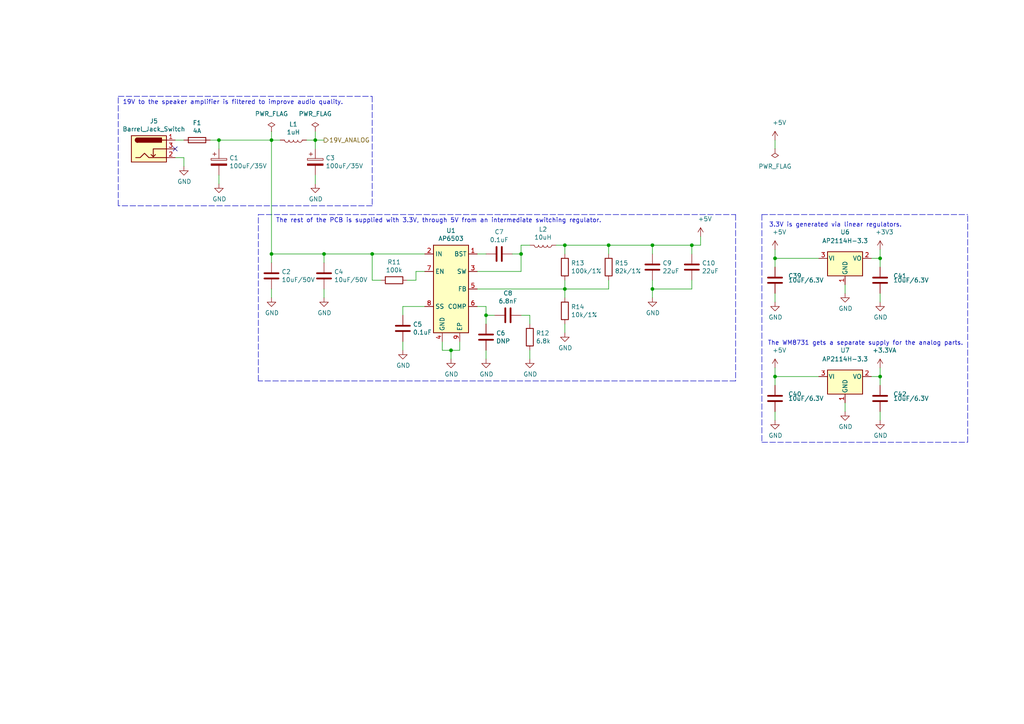
<source format=kicad_sch>
(kicad_sch (version 20210406) (generator eeschema)
  (paper "A4")
  (lib_symbols
    (symbol "Connector:Barrel_Jack_Switch" (pin_names hide)
      (property "Reference" "J" (at 0 5.334 0))
      (property "Value" "Barrel_Jack_Switch" (at 0 -5.08 0))
      (symbol "Barrel_Jack_Switch_0_1"
        (arc (start -3.302 3.175) (end -3.302 1.905) (radius (at -3.302 2.54) (length 0.635) (angles 90.1 -90.1)) (stroke (width 0.254)))
        (arc (start -3.302 3.175) (end -3.302 1.905) (radius (at -3.302 2.54) (length 0.635) (angles 90.1 -90.1)) (stroke (width 0.254)) (fill (type outline)))
        (rectangle (start 3.683 3.175) (end -3.302 1.905) (stroke (width 0.254)) (fill (type outline)))
        (rectangle (start -5.08 3.81) (end 5.08 -3.81) (stroke (width 0.254)) (fill (type background)))
        (polyline (pts (xy 1.27 -2.286) (xy 1.905 -1.651)) (stroke (width 0.254)))
        (polyline (pts (xy 5.08 2.54) (xy 3.81 2.54)) (stroke (width 0.254)))
        (polyline (pts (xy 5.08 0) (xy 1.27 0) (xy 1.27 -2.286) (xy 0.635 -1.651)) (stroke (width 0.254)))
        (polyline (pts (xy -3.81 -2.54) (xy -2.54 -2.54) (xy -1.27 -1.27) (xy 0 -2.54) (xy 2.54 -2.54) (xy 5.08 -2.54)) (stroke (width 0.254)))
      )
      (symbol "Barrel_Jack_Switch_1_1"
        (pin passive line (at 7.62 2.54 180) (length 2.54) (name "~") (number "1"))
        (pin passive line (at 7.62 -2.54 180) (length 2.54) (name "~") (number "2"))
        (pin passive line (at 7.62 0 180) (length 2.54) (name "~") (number "3"))
      )
    )
    (symbol "Device:C" (pin_numbers hide) (pin_names (offset 0.254))
      (property "Reference" "C" (at 0.635 2.54 0))
      (property "Value" "C" (at 0.635 -2.54 0))
      (symbol "C_0_1"
        (polyline (pts (xy -2.032 -0.762) (xy 2.032 -0.762)) (stroke (width 0.508)))
        (polyline (pts (xy -2.032 0.762) (xy 2.032 0.762)) (stroke (width 0.508)))
      )
      (symbol "C_1_1"
        (pin passive line (at 0 3.81 270) (length 2.794) (name "~") (number "1"))
        (pin passive line (at 0 -3.81 90) (length 2.794) (name "~") (number "2"))
      )
    )
    (symbol "Device:C_Polarized" (pin_numbers hide) (pin_names (offset 0.254))
      (property "Reference" "C" (at 0.635 2.54 0))
      (property "Value" "C_Polarized" (at 0.635 -2.54 0))
      (symbol "C_Polarized_0_1"
        (rectangle (start -2.286 0.508) (end 2.286 1.016))
        (rectangle (start 2.286 -0.508) (end -2.286 -1.016) (fill (type outline)))
        (polyline (pts (xy -1.778 2.286) (xy -0.762 2.286)))
        (polyline (pts (xy -1.27 2.794) (xy -1.27 1.778)))
      )
      (symbol "C_Polarized_1_1"
        (pin passive line (at 0 3.81 270) (length 2.794) (name "~") (number "1"))
        (pin passive line (at 0 -3.81 90) (length 2.794) (name "~") (number "2"))
      )
    )
    (symbol "Device:Fuse" (pin_numbers hide) (pin_names (offset 0))
      (property "Reference" "F" (at 2.032 0 90))
      (property "Value" "Fuse" (at -1.905 0 90))
      (symbol "Fuse_0_1"
        (rectangle (start -0.762 -2.54) (end 0.762 2.54) (stroke (width 0.254)))
        (polyline (pts (xy 0 2.54) (xy 0 -2.54)))
      )
      (symbol "Fuse_1_1"
        (pin passive line (at 0 3.81 270) (length 1.27) (name "~") (number "1"))
        (pin passive line (at 0 -3.81 90) (length 1.27) (name "~") (number "2"))
      )
    )
    (symbol "Device:L" (pin_numbers hide) (pin_names (offset 1.016) hide)
      (property "Reference" "L" (at -1.27 0 90))
      (property "Value" "L" (at 1.905 0 90))
      (symbol "L_0_1"
        (arc (start 0 -2.54) (end 0 -1.27) (radius (at 0 -1.905) (length 0.635) (angles -89.9 89.9)))
        (arc (start 0 -1.27) (end 0 0) (radius (at 0 -0.635) (length 0.635) (angles -89.9 89.9)))
        (arc (start 0 0) (end 0 1.27) (radius (at 0 0.635) (length 0.635) (angles -89.9 89.9)))
        (arc (start 0 1.27) (end 0 2.54) (radius (at 0 1.905) (length 0.635) (angles -89.9 89.9)))
      )
      (symbol "L_1_1"
        (pin passive line (at 0 3.81 270) (length 1.27) (name "1") (number "1"))
        (pin passive line (at 0 -3.81 90) (length 1.27) (name "2") (number "2"))
      )
    )
    (symbol "Device:R" (pin_numbers hide) (pin_names (offset 0))
      (property "Reference" "R" (at 2.032 0 90))
      (property "Value" "R" (at 0 0 90))
      (symbol "R_0_1"
        (rectangle (start -1.016 -2.54) (end 1.016 2.54) (stroke (width 0.254)))
      )
      (symbol "R_1_1"
        (pin passive line (at 0 3.81 270) (length 1.27) (name "~") (number "1"))
        (pin passive line (at 0 -3.81 90) (length 1.27) (name "~") (number "2"))
      )
    )
    (symbol "Regulator_Linear:AMS1117-3.3" (pin_names (offset 0.254))
      (property "Reference" "U" (at -3.81 3.175 0))
      (property "Value" "AMS1117-3.3" (at 0 3.175 0))
      (symbol "AMS1117-3.3_0_1"
        (rectangle (start -5.08 -5.08) (end 5.08 1.905) (stroke (width 0.254)) (fill (type background)))
      )
      (symbol "AMS1117-3.3_1_1"
        (pin power_in line (at 0 -7.62 90) (length 2.54) (name "GND") (number "1"))
        (pin power_out line (at 7.62 0 180) (length 2.54) (name "VO") (number "2"))
        (pin power_in line (at -7.62 0 0) (length 2.54) (name "VI") (number "3"))
      )
    )
    (symbol "Regulator_Linear:AMS1117-3.3_1" (pin_names (offset 0.254))
      (property "Reference" "U" (at -3.81 3.175 0))
      (property "Value" "AMS1117-3.3" (at 0 3.175 0))
      (symbol "AMS1117-3.3_1_0_1"
        (rectangle (start -5.08 -5.08) (end 5.08 1.905) (stroke (width 0.254)) (fill (type background)))
      )
      (symbol "AMS1117-3.3_1_1_1"
        (pin power_in line (at 0 -7.62 90) (length 2.54) (name "GND") (number "1"))
        (pin power_out line (at 7.62 0 180) (length 2.54) (name "VO") (number "2"))
        (pin power_in line (at -7.62 0 0) (length 2.54) (name "VI") (number "3"))
      )
    )
    (symbol "Regulator_Switching:AP6503"
      (property "Reference" "U" (at -3.81 13.97 0))
      (property "Value" "AP6503" (at 2.54 13.97 0))
      (symbol "AP6503_0_1"
        (rectangle (start -5.08 12.7) (end 5.08 -12.7) (stroke (width 0.254)) (fill (type background)))
      )
      (symbol "AP6503_1_1"
        (pin output line (at 7.62 10.16 180) (length 2.54) (name "BST") (number "1"))
        (pin power_in line (at -7.62 10.16 0) (length 2.54) (name "IN") (number "2"))
        (pin power_out line (at 7.62 5.08 180) (length 2.54) (name "SW") (number "3"))
        (pin power_in line (at -2.54 -15.24 90) (length 2.54) (name "GND") (number "4"))
        (pin input line (at 7.62 0 180) (length 2.54) (name "FB") (number "5"))
        (pin output line (at 7.62 -5.08 180) (length 2.54) (name "COMP") (number "6"))
        (pin input line (at -7.62 5.08 0) (length 2.54) (name "EN") (number "7"))
        (pin tri_state line (at -7.62 -5.08 0) (length 2.54) (name "SS") (number "8"))
        (pin power_in line (at 2.54 -15.24 90) (length 2.54) (name "EP") (number "9"))
      )
    )
    (symbol "power:+3.3VA" (power) (pin_names (offset 0))
      (property "Value" "+3.3VA" (at 0 3.556 0))
      (symbol "+3.3VA_0_1"
        (polyline (pts (xy -0.762 1.27) (xy 0 2.54)))
        (polyline (pts (xy 0 0) (xy 0 2.54)))
        (polyline (pts (xy 0 2.54) (xy 0.762 1.27)))
      )
      (symbol "+3.3VA_1_1"
        (pin power_in line (at 0 0 90) (length 0) hide (name "+3.3VA") (number "1"))
      )
    )
    (symbol "power:+3V3" (power) (pin_names (offset 0))
      (property "Value" "+3V3" (at 0 3.556 0))
      (symbol "+3V3_0_1"
        (polyline (pts (xy -0.762 1.27) (xy 0 2.54)))
        (polyline (pts (xy 0 0) (xy 0 2.54)))
        (polyline (pts (xy 0 2.54) (xy 0.762 1.27)))
      )
      (symbol "+3V3_1_1"
        (pin power_in line (at 0 0 90) (length 0) hide (name "+3V3") (number "1"))
      )
    )
    (symbol "power:+5V" (power) (pin_names (offset 0))
      (property "Value" "+5V" (at 0 3.556 0))
      (symbol "+5V_0_1"
        (polyline (pts (xy -0.762 1.27) (xy 0 2.54)))
        (polyline (pts (xy 0 0) (xy 0 2.54)))
        (polyline (pts (xy 0 2.54) (xy 0.762 1.27)))
      )
      (symbol "+5V_1_1"
        (pin power_in line (at 0 0 90) (length 0) hide (name "+5V") (number "1"))
      )
    )
    (symbol "power:GND" (power) (pin_names (offset 0))
      (property "Value" "GND" (at 0 -3.81 0))
      (symbol "GND_0_1"
        (polyline (pts (xy 0 0) (xy 0 -1.27) (xy 1.27 -1.27) (xy 0 -2.54) (xy -1.27 -1.27) (xy 0 -1.27)))
      )
      (symbol "GND_1_1"
        (pin power_in line (at 0 0 270) (length 0) hide (name "GND") (number "1"))
      )
    )
    (symbol "power:PWR_FLAG" (power) (pin_numbers hide) (pin_names (offset 0) hide)
      (property "Value" "PWR_FLAG" (at 0 3.81 0))
      (symbol "PWR_FLAG_0_0"
        (pin power_out line (at 0 0 90) (length 0) (name "pwr") (number "1"))
      )
      (symbol "PWR_FLAG_0_1"
        (polyline (pts (xy 0 0) (xy 0 1.27) (xy -1.016 1.905) (xy 0 2.54) (xy 1.016 1.905) (xy 0 1.27)))
      )
    )
  )
  (junction (at 63.5 40.64) (diameter 0.9144))
  (junction (at 78.74 40.64) (diameter 0.9144))
  (junction (at 78.74 73.66) (diameter 0.9144))
  (junction (at 91.44 40.64) (diameter 0.9144))
  (junction (at 93.98 73.66) (diameter 0.9144))
  (junction (at 107.95 73.66) (diameter 0.9144))
  (junction (at 130.81 101.6) (diameter 0.9144))
  (junction (at 140.97 91.44) (diameter 0.9144))
  (junction (at 151.13 73.66) (diameter 0.9144))
  (junction (at 163.83 71.12) (diameter 0.9144))
  (junction (at 163.83 83.82) (diameter 0.9144))
  (junction (at 176.53 71.12) (diameter 0.9144))
  (junction (at 189.23 71.12) (diameter 0.9144))
  (junction (at 189.23 83.82) (diameter 0.9144))
  (junction (at 200.66 71.12) (diameter 0.9144))
  (junction (at 224.79 74.93) (diameter 0.9144))
  (junction (at 224.79 109.22) (diameter 0.9144))
  (junction (at 255.27 74.93) (diameter 0.9144))
  (junction (at 255.27 109.22) (diameter 0.9144))
  (no_connect (at 50.8 43.18))
  (wire (pts (xy 50.8 45.72) (xy 53.34 45.72)))
  (wire (pts (xy 53.34 40.64) (xy 50.8 40.64)))
  (wire (pts (xy 53.34 45.72) (xy 53.34 48.26)))
  (wire (pts (xy 60.96 40.64) (xy 63.5 40.64)))
  (wire (pts (xy 63.5 40.64) (xy 78.74 40.64)))
  (wire (pts (xy 63.5 43.18) (xy 63.5 40.64)))
  (wire (pts (xy 63.5 50.8) (xy 63.5 53.34)))
  (wire (pts (xy 78.74 38.1) (xy 78.74 40.64)))
  (wire (pts (xy 78.74 40.64) (xy 81.28 40.64)))
  (wire (pts (xy 78.74 73.66) (xy 78.74 40.64)))
  (wire (pts (xy 78.74 73.66) (xy 78.74 76.2)))
  (wire (pts (xy 78.74 86.36) (xy 78.74 83.82)))
  (wire (pts (xy 91.44 38.1) (xy 91.44 40.64)))
  (wire (pts (xy 91.44 40.64) (xy 88.9 40.64)))
  (wire (pts (xy 91.44 43.18) (xy 91.44 40.64)))
  (wire (pts (xy 91.44 50.8) (xy 91.44 53.34)))
  (wire (pts (xy 93.98 40.64) (xy 91.44 40.64)))
  (wire (pts (xy 93.98 73.66) (xy 78.74 73.66)))
  (wire (pts (xy 93.98 73.66) (xy 93.98 76.2)))
  (wire (pts (xy 93.98 86.36) (xy 93.98 83.82)))
  (wire (pts (xy 107.95 73.66) (xy 93.98 73.66)))
  (wire (pts (xy 107.95 73.66) (xy 107.95 81.28)))
  (wire (pts (xy 107.95 81.28) (xy 110.49 81.28)))
  (wire (pts (xy 116.84 88.9) (xy 123.19 88.9)))
  (wire (pts (xy 116.84 91.44) (xy 116.84 88.9)))
  (wire (pts (xy 116.84 99.06) (xy 116.84 101.6)))
  (wire (pts (xy 120.65 78.74) (xy 120.65 81.28)))
  (wire (pts (xy 120.65 81.28) (xy 118.11 81.28)))
  (wire (pts (xy 123.19 73.66) (xy 107.95 73.66)))
  (wire (pts (xy 123.19 78.74) (xy 120.65 78.74)))
  (wire (pts (xy 128.27 99.06) (xy 128.27 101.6)))
  (wire (pts (xy 128.27 101.6) (xy 130.81 101.6)))
  (wire (pts (xy 130.81 101.6) (xy 133.35 101.6)))
  (wire (pts (xy 130.81 104.14) (xy 130.81 101.6)))
  (wire (pts (xy 133.35 101.6) (xy 133.35 99.06)))
  (wire (pts (xy 138.43 78.74) (xy 151.13 78.74)))
  (wire (pts (xy 138.43 83.82) (xy 163.83 83.82)))
  (wire (pts (xy 140.97 73.66) (xy 138.43 73.66)))
  (wire (pts (xy 140.97 88.9) (xy 138.43 88.9)))
  (wire (pts (xy 140.97 91.44) (xy 140.97 88.9)))
  (wire (pts (xy 140.97 93.98) (xy 140.97 91.44)))
  (wire (pts (xy 140.97 104.14) (xy 140.97 101.6)))
  (wire (pts (xy 143.51 91.44) (xy 140.97 91.44)))
  (wire (pts (xy 151.13 71.12) (xy 153.67 71.12)))
  (wire (pts (xy 151.13 73.66) (xy 148.59 73.66)))
  (wire (pts (xy 151.13 73.66) (xy 151.13 71.12)))
  (wire (pts (xy 151.13 78.74) (xy 151.13 73.66)))
  (wire (pts (xy 153.67 91.44) (xy 151.13 91.44)))
  (wire (pts (xy 153.67 93.98) (xy 153.67 91.44)))
  (wire (pts (xy 153.67 104.14) (xy 153.67 101.6)))
  (wire (pts (xy 161.29 71.12) (xy 163.83 71.12)))
  (wire (pts (xy 163.83 71.12) (xy 163.83 73.66)))
  (wire (pts (xy 163.83 83.82) (xy 163.83 81.28)))
  (wire (pts (xy 163.83 83.82) (xy 176.53 83.82)))
  (wire (pts (xy 163.83 86.36) (xy 163.83 83.82)))
  (wire (pts (xy 163.83 96.52) (xy 163.83 93.98)))
  (wire (pts (xy 176.53 71.12) (xy 163.83 71.12)))
  (wire (pts (xy 176.53 71.12) (xy 189.23 71.12)))
  (wire (pts (xy 176.53 73.66) (xy 176.53 71.12)))
  (wire (pts (xy 176.53 83.82) (xy 176.53 81.28)))
  (wire (pts (xy 189.23 71.12) (xy 189.23 73.66)))
  (wire (pts (xy 189.23 71.12) (xy 200.66 71.12)))
  (wire (pts (xy 189.23 83.82) (xy 189.23 81.28)))
  (wire (pts (xy 189.23 86.36) (xy 189.23 83.82)))
  (wire (pts (xy 200.66 71.12) (xy 200.66 73.66)))
  (wire (pts (xy 200.66 81.28) (xy 200.66 83.82)))
  (wire (pts (xy 200.66 83.82) (xy 189.23 83.82)))
  (wire (pts (xy 203.2 68.58) (xy 203.2 71.12)))
  (wire (pts (xy 203.2 71.12) (xy 200.66 71.12)))
  (wire (pts (xy 224.79 40.64) (xy 224.79 43.18)))
  (wire (pts (xy 224.79 72.39) (xy 224.79 74.93)))
  (wire (pts (xy 224.79 74.93) (xy 224.79 77.47)))
  (wire (pts (xy 224.79 74.93) (xy 237.49 74.93)))
  (wire (pts (xy 224.79 85.09) (xy 224.79 87.63)))
  (wire (pts (xy 224.79 106.68) (xy 224.79 109.22)))
  (wire (pts (xy 224.79 109.22) (xy 224.79 111.76)))
  (wire (pts (xy 224.79 119.38) (xy 224.79 121.92)))
  (wire (pts (xy 237.49 109.22) (xy 224.79 109.22)))
  (wire (pts (xy 245.11 82.55) (xy 245.11 85.09)))
  (wire (pts (xy 245.11 116.84) (xy 245.11 119.38)))
  (wire (pts (xy 252.73 74.93) (xy 255.27 74.93)))
  (wire (pts (xy 252.73 109.22) (xy 255.27 109.22)))
  (wire (pts (xy 255.27 72.39) (xy 255.27 74.93)))
  (wire (pts (xy 255.27 74.93) (xy 255.27 77.47)))
  (wire (pts (xy 255.27 85.09) (xy 255.27 87.63)))
  (wire (pts (xy 255.27 106.68) (xy 255.27 109.22)))
  (wire (pts (xy 255.27 109.22) (xy 255.27 111.76)))
  (wire (pts (xy 255.27 119.38) (xy 255.27 121.92)))
  (polyline (pts (xy 34.29 27.94) (xy 107.95 27.94)) (stroke (width 0) (type dash)))
  (polyline (pts (xy 34.29 59.69) (xy 34.29 27.94)) (stroke (width 0) (type dash)))
  (polyline (pts (xy 74.93 62.23) (xy 213.36 62.23)) (stroke (width 0) (type dash)))
  (polyline (pts (xy 74.93 110.49) (xy 74.93 62.23)) (stroke (width 0) (type dash)))
  (polyline (pts (xy 107.95 27.94) (xy 107.95 59.69)) (stroke (width 0) (type dash)))
  (polyline (pts (xy 107.95 59.69) (xy 34.29 59.69)) (stroke (width 0) (type dash)))
  (polyline (pts (xy 213.36 62.23) (xy 213.36 110.49)) (stroke (width 0) (type dash)))
  (polyline (pts (xy 213.36 110.49) (xy 74.93 110.49)) (stroke (width 0) (type dash)))
  (polyline (pts (xy 220.98 62.23) (xy 220.98 128.27)) (stroke (width 0) (type dash)))
  (polyline (pts (xy 220.98 62.23) (xy 280.67 62.23)) (stroke (width 0) (type dash)))
  (polyline (pts (xy 220.98 128.27) (xy 280.67 128.27)) (stroke (width 0) (type dash)))
  (polyline (pts (xy 280.67 128.27) (xy 280.67 62.23)) (stroke (width 0) (type dash)))
  (text "19V to the speaker amplifier is filtered to improve audio quality." (at 35.56 30.48 0) (effects (font (size 1.27 1.27)) (justify left bottom)))
  (text "The rest of the PCB is supplied with 3.3V, through 5V from an intermediate switching regulator." (at 80.01 64.77 0) (effects (font (size 1.27 1.27)) (justify left bottom)))
  (text "3.3V is generated via linear regulators." (at 261.62 66.04 180) (effects (font (size 1.27 1.27)) (justify right bottom)))
  (text "The WM8731 gets a separate supply for the analog parts." (at 279.4 100.33 0) (effects (font (size 1.27 1.27)) (justify right bottom)))
  (hierarchical_label "19V_ANALOG" (shape output) (at 93.98 40.64 0))
  (symbol (lib_id "power:+5V") (at 203.2 68.58 0) (unit 1)
    (property "Reference" "#PWR0140" (effects hide))
    (property "Value" "+5V" (at 204.47 63.5 0))
  )
  (symbol (lib_id "power:+5V") (at 224.79 40.64 0) (unit 1)
    (property "Reference" "#PWR0234" (effects hide))
    (property "Value" "+5V" (at 226.06 35.56 0))
  )
  (symbol (lib_id "power:+5V") (at 224.79 72.39 0) (unit 1)
    (property "Reference" "#PWR0142" (effects hide))
    (property "Value" "+5V" (at 226.06 67.31 0))
  )
  (symbol (lib_id "power:+5V") (at 224.79 106.68 0) (unit 1)
    (property "Reference" "#PWR0149" (effects hide))
    (property "Value" "+5V" (at 226.06 101.6 0))
  )
  (symbol (lib_id "power:+3V3") (at 255.27 72.39 0) (unit 1)
    (property "Reference" "#PWR0147" (effects hide))
    (property "Value" "+3V3" (at 256.54 67.31 0))
  )
  (symbol (lib_id "power:+3.3VA") (at 255.27 106.68 0) (unit 1)
    (property "Reference" "#PWR0150" (effects hide))
    (property "Value" "+3.3VA" (at 256.54 101.6 0))
  )
  (symbol (lib_id "power:PWR_FLAG") (at 78.74 38.1 0) (unit 1)
    (property "Reference" "#FLG0103" (effects hide))
    (property "Value" "PWR_FLAG" (at 78.74 33.02 0))
  )
  (symbol (lib_id "power:PWR_FLAG") (at 91.44 38.1 0) (unit 1)
    (property "Reference" "#FLG0104" (effects hide))
    (property "Value" "PWR_FLAG" (at 91.44 33.02 0))
  )
  (symbol (lib_id "power:PWR_FLAG") (at 224.79 43.18 180) (unit 1)
    (property "Reference" "#FLG0101" (effects hide))
    (property "Value" "PWR_FLAG" (at 224.79 48.26 0))
  )
  (symbol (lib_id "power:GND") (at 53.34 48.26 0) (unit 1)
    (property "Reference" "#PWR0108" (effects hide))
    (property "Value" "GND" (at 53.467 52.6542 0))
  )
  (symbol (lib_id "power:GND") (at 63.5 53.34 0) (unit 1)
    (property "Reference" "#PWR0109" (effects hide))
    (property "Value" "GND" (at 63.627 57.7342 0))
  )
  (symbol (lib_id "power:GND") (at 78.74 86.36 0) (unit 1)
    (property "Reference" "#PWR0113" (effects hide))
    (property "Value" "GND" (at 78.867 90.7542 0))
  )
  (symbol (lib_id "power:GND") (at 91.44 53.34 0) (unit 1)
    (property "Reference" "#PWR0110" (effects hide))
    (property "Value" "GND" (at 91.567 57.7342 0))
  )
  (symbol (lib_id "power:GND") (at 93.98 86.36 0) (unit 1)
    (property "Reference" "#PWR0114" (effects hide))
    (property "Value" "GND" (at 94.107 90.7542 0))
  )
  (symbol (lib_id "power:GND") (at 116.84 101.6 0) (unit 1)
    (property "Reference" "#PWR0111" (effects hide))
    (property "Value" "GND" (at 116.967 105.9942 0))
  )
  (symbol (lib_id "power:GND") (at 130.81 104.14 0) (unit 1)
    (property "Reference" "#PWR0112" (effects hide))
    (property "Value" "GND" (at 130.937 108.5342 0))
  )
  (symbol (lib_id "power:GND") (at 140.97 104.14 0) (unit 1)
    (property "Reference" "#PWR0115" (effects hide))
    (property "Value" "GND" (at 141.097 108.5342 0))
  )
  (symbol (lib_id "power:GND") (at 153.67 104.14 0) (unit 1)
    (property "Reference" "#PWR0116" (effects hide))
    (property "Value" "GND" (at 153.797 108.5342 0))
  )
  (symbol (lib_id "power:GND") (at 163.83 96.52 0) (unit 1)
    (property "Reference" "#PWR0117" (effects hide))
    (property "Value" "GND" (at 163.957 100.9142 0))
  )
  (symbol (lib_id "power:GND") (at 189.23 86.36 0) (unit 1)
    (property "Reference" "#PWR0118" (effects hide))
    (property "Value" "GND" (at 189.357 90.7542 0))
  )
  (symbol (lib_id "power:GND") (at 224.79 87.63 0) (unit 1)
    (property "Reference" "#PWR0148" (effects hide))
    (property "Value" "GND" (at 224.917 92.0242 0))
  )
  (symbol (lib_id "power:GND") (at 224.79 121.92 0) (unit 1)
    (property "Reference" "#PWR0145" (effects hide))
    (property "Value" "GND" (at 224.917 126.3142 0))
  )
  (symbol (lib_id "power:GND") (at 245.11 85.09 0) (unit 1)
    (property "Reference" "#PWR0141" (effects hide))
    (property "Value" "GND" (at 245.237 89.4842 0))
  )
  (symbol (lib_id "power:GND") (at 245.11 119.38 0) (unit 1)
    (property "Reference" "#PWR0143" (effects hide))
    (property "Value" "GND" (at 245.237 123.7742 0))
  )
  (symbol (lib_id "power:GND") (at 255.27 87.63 0) (unit 1)
    (property "Reference" "#PWR0146" (effects hide))
    (property "Value" "GND" (at 255.397 92.0242 0))
  )
  (symbol (lib_id "power:GND") (at 255.27 121.92 0) (unit 1)
    (property "Reference" "#PWR0144" (effects hide))
    (property "Value" "GND" (at 255.397 126.3142 0))
  )
  (symbol (lib_id "Device:L") (at 85.09 40.64 270) (unit 1)
    (property "Reference" "L1" (at 85.09 36.0426 90))
    (property "Value" "1uH" (at 85.09 38.354 90))
    (property "Footprint" "Inductor_SMD:L_Taiyo-Yuden_NR-60xx" (effects hide))
    (property "Part Name" "Yaiyo Yuden NR6045T1R0N" (effects hide))
    (property "Mouser" "963-NR6045T1R0N" (effects hide))
  )
  (symbol (lib_id "Device:L") (at 157.48 71.12 270) (unit 1)
    (property "Reference" "L2" (at 157.48 66.5226 90))
    (property "Value" "10uH" (at 157.48 68.834 90))
    (property "Footprint" "Inductor_SMD:L_Bourns-SRN8040_8x8.15mm" (effects hide))
    (property "Part Name" "SRN8040-100M" (effects hide))
    (property "Mouser" "652-SRN8040-100M" (effects hide))
  )
  (symbol (lib_id "Device:Fuse") (at 57.15 40.64 270) (unit 1)
    (property "Reference" "F1" (at 57.15 35.6362 90))
    (property "Value" "4A" (at 57.15 37.9476 90))
    (property "Footprint" "HackAmp-Footprints:Fuseholder_Littlefuse_NANO2-154" (effects hide))
    (property "Part Name" "Littlefuse 154004" (effects hide))
    (property "Mouser" "576-0154004.DR" (effects hide))
  )
  (symbol (lib_id "Device:R") (at 114.3 81.28 270) (mirror x) (unit 1)
    (property "Reference" "R11" (at 114.3 76.0222 90))
    (property "Value" "100k" (at 114.3 78.3336 90))
    (property "Footprint" "Resistor_SMD:R_0603_1608Metric" (effects hide))
  )
  (symbol (lib_id "Device:R") (at 153.67 97.79 0) (unit 1)
    (property "Reference" "R12" (at 155.448 96.6216 0) (effects (justify left)))
    (property "Value" "6.8k" (at 155.448 98.933 0) (effects (justify left)))
    (property "Footprint" "Resistor_SMD:R_0603_1608Metric" (effects hide))
  )
  (symbol (lib_id "Device:R") (at 163.83 77.47 180) (unit 1)
    (property "Reference" "R13" (at 165.608 76.3016 0) (effects (justify right)))
    (property "Value" "100k/1%" (at 165.608 78.613 0) (effects (justify right)))
    (property "Footprint" "Resistor_SMD:R_0603_1608Metric" (effects hide))
    (property "Mouser" "652-CR0603-FX-103ELF" (effects hide))
    (property "Part Name" "Bourns CR0603-FX-1003ELF" (effects hide))
  )
  (symbol (lib_id "Device:R") (at 163.83 90.17 0) (unit 1)
    (property "Reference" "R14" (at 165.608 89.0016 0) (effects (justify left)))
    (property "Value" "10k/1%" (at 165.608 91.313 0) (effects (justify left)))
    (property "Footprint" "Resistor_SMD:R_0603_1608Metric" (effects hide))
    (property "Mouser" "652-CR0603FX-1002ELF" (effects hide))
    (property "Part Name" "Bourns CR0603-FX-1002ELF" (effects hide))
  )
  (symbol (lib_id "Device:R") (at 176.53 77.47 180) (unit 1)
    (property "Reference" "R15" (at 178.308 76.3016 0) (effects (justify right)))
    (property "Value" "82k/1%" (at 178.308 78.613 0) (effects (justify right)))
    (property "Footprint" "Resistor_SMD:R_0603_1608Metric" (effects hide))
    (property "Mouser" "652-CR0603FX-8202ELF" (effects hide))
    (property "Part Name" "Bourns CR0603-FX-8202ELF" (effects hide))
  )
  (symbol (lib_id "Device:C_Polarized") (at 63.5 46.99 0) (unit 1)
    (property "Reference" "C1" (at 66.4972 45.8216 0) (effects (justify left)))
    (property "Value" "100uF/35V" (at 66.4972 48.133 0) (effects (justify left)))
    (property "Footprint" "Capacitor_SMD:CP_Elec_8x10" (effects hide))
    (property "Part Name" "Nichicon UCD1V101MNL1GS" (effects hide))
    (property "Mouser" "647-UCD1V101MNL1GS" (effects hide))
  )
  (symbol (lib_id "Device:C") (at 78.74 80.01 0) (unit 1)
    (property "Reference" "C2" (at 81.661 78.8416 0) (effects (justify left)))
    (property "Value" "10uF/50V" (at 81.661 81.153 0) (effects (justify left)))
    (property "Footprint" "Capacitor_SMD:C_1206_3216Metric" (effects hide))
    (property "Part Name" "Taiyo Yuden UMK316BBJ106ML-T" (effects hide))
    (property "Mouser" "963-UMK316BBJ106ML-T" (effects hide))
  )
  (symbol (lib_id "Device:C_Polarized") (at 91.44 46.99 0) (unit 1)
    (property "Reference" "C3" (at 94.4372 45.8216 0) (effects (justify left)))
    (property "Value" "100uF/35V" (at 94.4372 48.133 0) (effects (justify left)))
    (property "Footprint" "Capacitor_SMD:CP_Elec_8x10" (effects hide))
    (property "Mouser" "647-UCD1V101MNL1GS" (effects hide))
    (property "Part Name" "Nichicon UCD1V101MNL1GS" (effects hide))
  )
  (symbol (lib_id "Device:C") (at 93.98 80.01 0) (unit 1)
    (property "Reference" "C4" (at 96.901 78.8416 0) (effects (justify left)))
    (property "Value" "10uF/50V" (at 96.901 81.153 0) (effects (justify left)))
    (property "Footprint" "Capacitor_SMD:C_1206_3216Metric" (effects hide))
    (property "Part Name" "Taiyo Yuden UMK316BBJ106ML-T" (effects hide))
    (property "Mouser" "963-UMK316BBJ106ML-T" (effects hide))
  )
  (symbol (lib_id "Device:C") (at 116.84 95.25 0) (unit 1)
    (property "Reference" "C5" (at 119.761 94.0816 0) (effects (justify left)))
    (property "Value" "0.1uF" (at 119.761 96.393 0) (effects (justify left)))
    (property "Footprint" "Capacitor_SMD:C_0603_1608Metric" (effects hide))
    (property "Mouser" "581-06033C104KAT4A" (effects hide))
    (property "Part Name" "AVX 06033C104KAT4A" (effects hide))
  )
  (symbol (lib_id "Device:C") (at 140.97 97.79 0) (unit 1)
    (property "Reference" "C6" (at 143.891 96.6216 0) (effects (justify left)))
    (property "Value" "DNP" (at 143.891 98.933 0) (effects (justify left)))
    (property "Footprint" "Capacitor_SMD:C_0603_1608Metric" (effects hide))
  )
  (symbol (lib_id "Device:C") (at 144.78 73.66 270) (unit 1)
    (property "Reference" "C7" (at 144.78 67.2592 90))
    (property "Value" "0.1uF" (at 144.78 69.5706 90))
    (property "Footprint" "Capacitor_SMD:C_0603_1608Metric" (effects hide))
    (property "Mouser" "581-06033C104KAT4A" (effects hide))
    (property "Part Name" "AVX 06033C104KAT4A" (effects hide))
  )
  (symbol (lib_id "Device:C") (at 147.32 91.44 270) (unit 1)
    (property "Reference" "C8" (at 147.32 85.0392 90))
    (property "Value" "6.8nF" (at 147.32 87.3506 90))
    (property "Footprint" "Capacitor_SMD:C_0603_1608Metric" (effects hide))
    (property "Mouser" "603-CC603KPX7R9BB682" (effects hide))
    (property "Part Name" "Yageo CC0603KPX7R9BB682" (effects hide))
  )
  (symbol (lib_id "Device:C") (at 189.23 77.47 0) (unit 1)
    (property "Reference" "C9" (at 192.151 76.3016 0) (effects (justify left)))
    (property "Value" "22uF" (at 192.151 78.613 0) (effects (justify left)))
    (property "Footprint" "Capacitor_SMD:C_1206_3216Metric" (effects hide))
    (property "Mouser" "187-CL31A226MQHNNNE" (effects hide))
    (property "Part Name" "Samsung CL31A226MQHNNNE" (effects hide))
  )
  (symbol (lib_id "Device:C") (at 200.66 77.47 0) (unit 1)
    (property "Reference" "C10" (at 203.581 76.3016 0) (effects (justify left)))
    (property "Value" "22uF" (at 203.581 78.613 0) (effects (justify left)))
    (property "Footprint" "Capacitor_SMD:C_1206_3216Metric" (effects hide))
    (property "Mouser" "187-CL31A226MQHNNNE" (effects hide))
    (property "Part Name" "Samsung CL31A226MQHNNNE" (effects hide))
  )
  (symbol (lib_id "Device:C") (at 224.79 81.28 0) (unit 1)
    (property "Reference" "C39" (at 228.6 80.01 0) (effects (justify left)))
    (property "Value" "10uF/6.3V" (at 228.6 81.28 0) (effects (justify left)))
    (property "Footprint" "Capacitor_SMD:C_0805_2012Metric" (effects hide))
    (property "Mouser" "963-LMK212F106ZG-T" (effects hide))
    (property "Part Name" "Taiyo Yuden LMK212F106ZG-T" (effects hide))
  )
  (symbol (lib_id "Device:C") (at 224.79 115.57 0) (unit 1)
    (property "Reference" "C40" (at 228.6 114.3 0) (effects (justify left)))
    (property "Value" "10uF/6.3V" (at 228.6 115.57 0) (effects (justify left)))
    (property "Footprint" "Capacitor_SMD:C_0805_2012Metric" (effects hide))
    (property "Mouser" "963-LMK212F106ZG-T" (effects hide))
    (property "Part Name" "Taiyo Yuden LMK212F106ZG-T" (effects hide))
  )
  (symbol (lib_id "Device:C") (at 255.27 81.28 0) (unit 1)
    (property "Reference" "C41" (at 259.08 80.01 0) (effects (justify left)))
    (property "Value" "10uF/6.3V" (at 259.08 81.28 0) (effects (justify left)))
    (property "Footprint" "Capacitor_SMD:C_0805_2012Metric" (effects hide))
    (property "Mouser" "963-LMK212F106ZG-T" (effects hide))
    (property "Part Name" "Taiyo Yuden LMK212F106ZG-T" (effects hide))
  )
  (symbol (lib_id "Device:C") (at 255.27 115.57 0) (unit 1)
    (property "Reference" "C42" (at 259.08 114.3 0) (effects (justify left)))
    (property "Value" "10uF/6.3V" (at 259.08 115.57 0) (effects (justify left)))
    (property "Footprint" "Capacitor_SMD:C_0805_2012Metric" (effects hide))
    (property "Mouser" "963-LMK212F106ZG-T" (effects hide))
    (property "Part Name" "Taiyo Yuden LMK212F106ZG-T" (effects hide))
  )
  (symbol (lib_id "Connector:Barrel_Jack_Switch") (at 43.18 43.18 0) (unit 1)
    (property "Reference" "J5" (at 44.6278 35.1282 0))
    (property "Value" "Barrel_Jack_Switch" (at 44.6278 37.4396 0))
    (property "Footprint" "Connector_BarrelJack:BarrelJack_Horizontal" (effects hide))
    (property "Mouser" "806-KLDX-0202-B" (effects hide))
    (property "Part Name" "Kycon KLDX-0202-B" (effects hide))
  )
  (symbol (lib_id "Regulator_Linear:AMS1117-3.3") (at 245.11 74.93 0) (unit 1)
    (property "Reference" "U6" (at 245.11 67.31 0))
    (property "Value" "AP2114H-3.3" (at 245.11 69.85 0))
    (property "Footprint" "Package_TO_SOT_SMD:SOT-223-3_TabPin2" (effects hide))
    (property "Datasheet" "http://www.advanced-monolithic.com/pdf/ds1117.pdf" (effects hide))
    (property "Mouser" "621-AP2114H-3.3TRG1" (effects hide))
    (property "Part Name" "Diodes Inc AP2114H-3.3TRG1" (effects hide))
  )
  (symbol (lib_name "Regulator_Linear:AMS1117-3.3_1") (lib_id "Regulator_Linear:AMS1117-3.3") (at 245.11 109.22 0) (unit 1)
    (property "Reference" "U7" (at 245.11 101.6 0))
    (property "Value" "AP2114H-3.3" (at 245.11 104.14 0))
    (property "Footprint" "Package_TO_SOT_SMD:SOT-223-3_TabPin2" (effects hide))
    (property "Datasheet" "http://www.advanced-monolithic.com/pdf/ds1117.pdf" (effects hide))
    (property "Mouser" "621-AP2114H-3.3TRG1" (effects hide))
    (property "Part Name" "Diodes Inc AP2114H-3.3TRG1" (effects hide))
  )
  (symbol (lib_id "Regulator_Switching:AP6503") (at 130.81 83.82 0) (unit 1)
    (property "Reference" "U1" (at 130.81 66.8782 0))
    (property "Value" "AP6503" (at 130.81 69.1896 0))
    (property "Footprint" "Package_SO:Diodes_SO-8EP" (effects hide))
    (property "Datasheet" "https://www.diodes.com/assets/Datasheets/AP6503.pdf" (effects hide))
    (property "Mouser" "621-AP6503SP-13" (effects hide))
    (property "Part Name" "Diodes Inc AP6503SP-13" (effects hide))
  )
)
</source>
